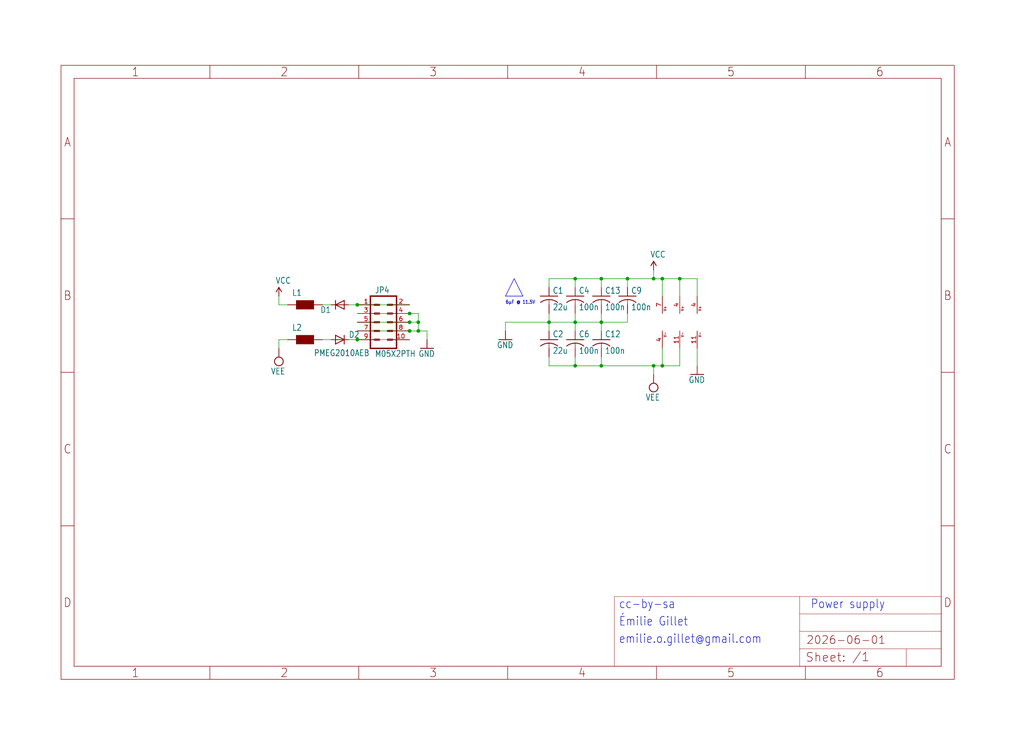
<source format=kicad_sch>
(kicad_sch (version 20230121) (generator eeschema)
  (paper "User" 298.45 217.322)
  (lib_symbols
    (symbol "ears_v40-eagle-import:A4L-LOC"
      (symbol "A4L-LOC_1_0"
        (polyline (pts (xy 0 44.7675) (xy 3.81 44.7675)))
        (polyline (pts (xy 0 89.535) (xy 3.81 89.535)))
        (polyline (pts (xy 0 134.3025) (xy 3.81 134.3025)))
        (polyline (pts (xy 3.81 3.81) (xy 3.81 175.26)))
        (polyline (pts (xy 43.3917 0) (xy 43.3917 3.81)))
        (polyline (pts (xy 43.3917 175.26) (xy 43.3917 179.07)))
        (polyline (pts (xy 86.7833 0) (xy 86.7833 3.81)))
        (polyline (pts (xy 86.7833 175.26) (xy 86.7833 179.07)))
        (polyline (pts (xy 130.175 0) (xy 130.175 3.81)))
        (polyline (pts (xy 130.175 175.26) (xy 130.175 179.07)))
        (polyline (pts (xy 161.29 3.81) (xy 161.29 24.13)) (stroke (width 0.1016)))
        (polyline (pts (xy 161.29 24.13) (xy 215.265 24.13)) (stroke (width 0.1016)))
        (polyline (pts (xy 173.5667 0) (xy 173.5667 3.81)))
        (polyline (pts (xy 173.5667 175.26) (xy 173.5667 179.07)))
        (polyline (pts (xy 215.265 8.89) (xy 215.265 3.81)) (stroke (width 0.1016)))
        (polyline (pts (xy 215.265 8.89) (xy 215.265 13.97)) (stroke (width 0.1016)))
        (polyline (pts (xy 215.265 13.97) (xy 215.265 19.05)) (stroke (width 0.1016)))
        (polyline (pts (xy 215.265 13.97) (xy 256.54 13.97)) (stroke (width 0.1016)))
        (polyline (pts (xy 215.265 19.05) (xy 215.265 24.13)) (stroke (width 0.1016)))
        (polyline (pts (xy 215.265 19.05) (xy 256.54 19.05)) (stroke (width 0.1016)))
        (polyline (pts (xy 215.265 24.13) (xy 256.54 24.13)) (stroke (width 0.1016)))
        (polyline (pts (xy 216.9583 0) (xy 216.9583 3.81)))
        (polyline (pts (xy 216.9583 175.26) (xy 216.9583 179.07)))
        (polyline (pts (xy 246.38 3.81) (xy 246.38 8.89)) (stroke (width 0.1016)))
        (polyline (pts (xy 246.38 8.89) (xy 215.265 8.89)) (stroke (width 0.1016)))
        (polyline (pts (xy 246.38 8.89) (xy 256.54 8.89)) (stroke (width 0.1016)))
        (polyline (pts (xy 256.54 3.81) (xy 3.81 3.81)))
        (polyline (pts (xy 256.54 3.81) (xy 256.54 8.89)) (stroke (width 0.1016)))
        (polyline (pts (xy 256.54 3.81) (xy 256.54 175.26)))
        (polyline (pts (xy 256.54 8.89) (xy 256.54 13.97)) (stroke (width 0.1016)))
        (polyline (pts (xy 256.54 13.97) (xy 256.54 19.05)) (stroke (width 0.1016)))
        (polyline (pts (xy 256.54 19.05) (xy 256.54 24.13)) (stroke (width 0.1016)))
        (polyline (pts (xy 256.54 44.7675) (xy 260.35 44.7675)))
        (polyline (pts (xy 256.54 89.535) (xy 260.35 89.535)))
        (polyline (pts (xy 256.54 134.3025) (xy 260.35 134.3025)))
        (polyline (pts (xy 256.54 175.26) (xy 3.81 175.26)))
        (polyline (pts (xy 0 0) (xy 260.35 0) (xy 260.35 179.07) (xy 0 179.07) (xy 0 0)))
        (text "${#}/${##}" (at 230.505 5.08 0) (effects (font (size 2.54 2.54)) (justify left bottom)))
        (text "${CURRENT_DATE}" (at 217.17 10.16 0) (effects (font (size 2.286 2.286)) (justify left bottom)))
        (text "${PROJECTNAME}" (at 217.17 15.24 0) (effects (font (size 2.54 2.54)) (justify left bottom)))
        (text "1" (at 21.6958 1.905 0) (effects (font (size 2.54 2.286))))
        (text "1" (at 21.6958 177.165 0) (effects (font (size 2.54 2.286))))
        (text "2" (at 65.0875 1.905 0) (effects (font (size 2.54 2.286))))
        (text "2" (at 65.0875 177.165 0) (effects (font (size 2.54 2.286))))
        (text "3" (at 108.4792 1.905 0) (effects (font (size 2.54 2.286))))
        (text "3" (at 108.4792 177.165 0) (effects (font (size 2.54 2.286))))
        (text "4" (at 151.8708 1.905 0) (effects (font (size 2.54 2.286))))
        (text "4" (at 151.8708 177.165 0) (effects (font (size 2.54 2.286))))
        (text "5" (at 195.2625 1.905 0) (effects (font (size 2.54 2.286))))
        (text "5" (at 195.2625 177.165 0) (effects (font (size 2.54 2.286))))
        (text "6" (at 238.6542 1.905 0) (effects (font (size 2.54 2.286))))
        (text "6" (at 238.6542 177.165 0) (effects (font (size 2.54 2.286))))
        (text "A" (at 1.905 156.6863 0) (effects (font (size 2.54 2.286))))
        (text "A" (at 258.445 156.6863 0) (effects (font (size 2.54 2.286))))
        (text "B" (at 1.905 111.9188 0) (effects (font (size 2.54 2.286))))
        (text "B" (at 258.445 111.9188 0) (effects (font (size 2.54 2.286))))
        (text "C" (at 1.905 67.1513 0) (effects (font (size 2.54 2.286))))
        (text "C" (at 258.445 67.1513 0) (effects (font (size 2.54 2.286))))
        (text "D" (at 1.905 22.3838 0) (effects (font (size 2.54 2.286))))
        (text "D" (at 258.445 22.3838 0) (effects (font (size 2.54 2.286))))
        (text "Sheet:" (at 216.916 4.953 0) (effects (font (size 2.54 2.54)) (justify left bottom)))
      )
    )
    (symbol "ears_v40-eagle-import:C-USC0402"
      (property "Reference" "C" (at 1.016 0.635 0))
      (symbol "C-USC0402_1_0"
        (arc (start 0 -1.0161) (mid -1.302 -1.2303) (end -2.4668 -1.8504) (stroke (width 0.254)))
        (polyline (pts (xy -2.54 0) (xy 2.54 0)) (stroke (width 0.254)))
        (polyline (pts (xy 0 -1.016) (xy 0 -2.54)) (stroke (width 0.1524)))
        (arc (start 2.4892 -1.8541) (mid 1.3158 -1.2194) (end 0 -1) (stroke (width 0.254)))
        (pin passive line (at 0 2.54 270) (length 2.54) (name "1") (number "1"))
        (pin passive line (at 0 -5.08 90) (length 2.54) (name "2") (number "2"))
      )
    )
    (symbol "ears_v40-eagle-import:C-USC1206"
      (property "Reference" "C" (at 1.016 0.635 0))
      (symbol "C-USC1206_1_0"
        (arc (start 0 -1.0161) (mid -1.302 -1.2303) (end -2.4668 -1.8504) (stroke (width 0.254)))
        (polyline (pts (xy -2.54 0) (xy 2.54 0)) (stroke (width 0.254)))
        (polyline (pts (xy 0 -1.016) (xy 0 -2.54)) (stroke (width 0.1524)))
        (arc (start 2.4892 -1.8541) (mid 1.3158 -1.2194) (end 0 -1) (stroke (width 0.254)))
        (pin passive line (at 0 2.54 270) (length 2.54) (name "1") (number "1"))
        (pin passive line (at 0 -5.08 90) (length 2.54) (name "2") (number "2"))
      )
    )
    (symbol "ears_v40-eagle-import:DIODE-SOD523"
      (property "Reference" "D" (at 2.54 0.4826 0))
      (symbol "DIODE-SOD523_1_0"
        (polyline (pts (xy -1.27 -1.27) (xy 1.27 0)) (stroke (width 0.254)))
        (polyline (pts (xy -1.27 1.27) (xy -1.27 -1.27)) (stroke (width 0.254)))
        (polyline (pts (xy 1.27 0) (xy -1.27 1.27)) (stroke (width 0.254)))
        (polyline (pts (xy 1.27 0) (xy 1.27 -1.27)) (stroke (width 0.254)))
        (polyline (pts (xy 1.27 1.27) (xy 1.27 0)) (stroke (width 0.254)))
        (pin passive line (at -2.54 0 0) (length 2.54) (name "A") (number "A"))
        (pin passive line (at 2.54 0 180) (length 2.54) (name "C") (number "C"))
      )
    )
    (symbol "ears_v40-eagle-import:GND" (power)
      (property "Value" "GND" (at -2.54 -2.54 0))
      (symbol "GND_1_0"
        (polyline (pts (xy -1.905 0) (xy 1.905 0)) (stroke (width 0.254)))
        (pin power_in line (at 0 2.54 270) (length 2.54) (name "GND") (number "1"))
      )
    )
    (symbol "ears_v40-eagle-import:LM324PW"
      (symbol "LM324PW_1_0"
        (polyline (pts (xy -5.08 -5.08) (xy 5.08 0)) (stroke (width 0.4064)))
        (polyline (pts (xy -5.08 5.08) (xy -5.08 -5.08)) (stroke (width 0.4064)))
        (polyline (pts (xy -4.445 -2.54) (xy -3.175 -2.54)) (stroke (width 0.1524)))
        (polyline (pts (xy -4.445 2.54) (xy -3.175 2.54)) (stroke (width 0.1524)))
        (polyline (pts (xy -3.81 3.175) (xy -3.81 1.905)) (stroke (width 0.1524)))
        (polyline (pts (xy 5.08 0) (xy -5.08 5.08)) (stroke (width 0.4064)))
        (pin output line (at 7.62 0 180) (length 2.54) (name "OUT") (number "1"))
        (pin input line (at -7.62 -2.54 0) (length 2.54) (name "-IN") (number "2"))
        (pin input line (at -7.62 2.54 0) (length 2.54) (name "+IN") (number "3"))
      )
      (symbol "LM324PW_2_0"
        (polyline (pts (xy -5.08 -5.08) (xy 5.08 0)) (stroke (width 0.4064)))
        (polyline (pts (xy -5.08 5.08) (xy -5.08 -5.08)) (stroke (width 0.4064)))
        (polyline (pts (xy -4.445 -2.54) (xy -3.175 -2.54)) (stroke (width 0.1524)))
        (polyline (pts (xy -4.445 2.54) (xy -3.175 2.54)) (stroke (width 0.1524)))
        (polyline (pts (xy -3.81 3.175) (xy -3.81 1.905)) (stroke (width 0.1524)))
        (polyline (pts (xy 5.08 0) (xy -5.08 5.08)) (stroke (width 0.4064)))
        (pin input line (at -7.62 2.54 0) (length 2.54) (name "+IN") (number "5"))
        (pin input line (at -7.62 -2.54 0) (length 2.54) (name "-IN") (number "6"))
        (pin output line (at 7.62 0 180) (length 2.54) (name "OUT") (number "7"))
      )
      (symbol "LM324PW_3_0"
        (polyline (pts (xy -5.08 -5.08) (xy 5.08 0)) (stroke (width 0.4064)))
        (polyline (pts (xy -5.08 5.08) (xy -5.08 -5.08)) (stroke (width 0.4064)))
        (polyline (pts (xy -4.445 -2.54) (xy -3.175 -2.54)) (stroke (width 0.1524)))
        (polyline (pts (xy -4.445 2.54) (xy -3.175 2.54)) (stroke (width 0.1524)))
        (polyline (pts (xy -3.81 3.175) (xy -3.81 1.905)) (stroke (width 0.1524)))
        (polyline (pts (xy 5.08 0) (xy -5.08 5.08)) (stroke (width 0.4064)))
        (pin input line (at -7.62 2.54 0) (length 2.54) (name "+IN") (number "10"))
        (pin output line (at 7.62 0 180) (length 2.54) (name "OUT") (number "8"))
        (pin input line (at -7.62 -2.54 0) (length 2.54) (name "-IN") (number "9"))
      )
      (symbol "LM324PW_4_0"
        (polyline (pts (xy -5.08 -5.08) (xy 5.08 0)) (stroke (width 0.4064)))
        (polyline (pts (xy -5.08 5.08) (xy -5.08 -5.08)) (stroke (width 0.4064)))
        (polyline (pts (xy -4.445 -2.54) (xy -3.175 -2.54)) (stroke (width 0.1524)))
        (polyline (pts (xy -4.445 2.54) (xy -3.175 2.54)) (stroke (width 0.1524)))
        (polyline (pts (xy -3.81 3.175) (xy -3.81 1.905)) (stroke (width 0.1524)))
        (polyline (pts (xy 5.08 0) (xy -5.08 5.08)) (stroke (width 0.4064)))
        (pin input line (at -7.62 2.54 0) (length 2.54) (name "+IN") (number "12"))
        (pin input line (at -7.62 -2.54 0) (length 2.54) (name "-IN") (number "13"))
        (pin output line (at 7.62 0 180) (length 2.54) (name "OUT") (number "14"))
      )
      (symbol "LM324PW_5_0"
        (text "V+" (at 1.27 3.175 900) (effects (font (size 0.8128 0.6908)) (justify left bottom)))
        (text "V-" (at 1.27 -4.445 900) (effects (font (size 0.8128 0.6908)) (justify left bottom)))
        (pin power_in line (at 0 -7.62 90) (length 5.08) (name "V-") (number "11"))
        (pin power_in line (at 0 7.62 270) (length 5.08) (name "V+") (number "4"))
      )
    )
    (symbol "ears_v40-eagle-import:M05X2PTH"
      (property "Reference" "JP" (at -2.54 8.382 0))
      (symbol "M05X2PTH_1_0"
        (polyline (pts (xy -3.81 7.62) (xy -3.81 -7.62)) (stroke (width 0.4064)))
        (polyline (pts (xy -3.81 7.62) (xy 3.81 7.62)) (stroke (width 0.4064)))
        (polyline (pts (xy -1.27 -5.08) (xy -2.54 -5.08)) (stroke (width 0.6096)))
        (polyline (pts (xy -1.27 -2.54) (xy -2.54 -2.54)) (stroke (width 0.6096)))
        (polyline (pts (xy -1.27 0) (xy -2.54 0)) (stroke (width 0.6096)))
        (polyline (pts (xy -1.27 2.54) (xy -2.54 2.54)) (stroke (width 0.6096)))
        (polyline (pts (xy -1.27 5.08) (xy -2.54 5.08)) (stroke (width 0.6096)))
        (polyline (pts (xy 1.27 -5.08) (xy 2.54 -5.08)) (stroke (width 0.6096)))
        (polyline (pts (xy 1.27 -2.54) (xy 2.54 -2.54)) (stroke (width 0.6096)))
        (polyline (pts (xy 1.27 0) (xy 2.54 0)) (stroke (width 0.6096)))
        (polyline (pts (xy 1.27 2.54) (xy 2.54 2.54)) (stroke (width 0.6096)))
        (polyline (pts (xy 1.27 5.08) (xy 2.54 5.08)) (stroke (width 0.6096)))
        (polyline (pts (xy 3.81 -7.62) (xy -3.81 -7.62)) (stroke (width 0.4064)))
        (polyline (pts (xy 3.81 -7.62) (xy 3.81 7.62)) (stroke (width 0.4064)))
        (pin passive line (at -7.62 5.08 0) (length 5.08) (name "1") (number "1"))
        (pin passive line (at 7.62 -5.08 180) (length 5.08) (name "10") (number "10"))
        (pin passive line (at 7.62 5.08 180) (length 5.08) (name "2") (number "2"))
        (pin passive line (at -7.62 2.54 0) (length 5.08) (name "3") (number "3"))
        (pin passive line (at 7.62 2.54 180) (length 5.08) (name "4") (number "4"))
        (pin passive line (at -7.62 0 0) (length 5.08) (name "5") (number "5"))
        (pin passive line (at 7.62 0 180) (length 5.08) (name "6") (number "6"))
        (pin passive line (at -7.62 -2.54 0) (length 5.08) (name "7") (number "7"))
        (pin passive line (at 7.62 -2.54 180) (length 5.08) (name "8") (number "8"))
        (pin passive line (at -7.62 -5.08 0) (length 5.08) (name "9") (number "9"))
      )
    )
    (symbol "ears_v40-eagle-import:OPA1641"
      (symbol "OPA1641_1_0"
        (text "V+" (at 1.27 3.175 900) (effects (font (size 0.8128 0.6908)) (justify left bottom)))
        (text "V-" (at 1.27 -4.445 900) (effects (font (size 0.8128 0.6908)) (justify left bottom)))
        (pin power_in line (at 0 -7.62 90) (length 5.08) (name "V-") (number "4"))
        (pin power_in line (at 0 7.62 270) (length 5.08) (name "V+") (number "7"))
      )
      (symbol "OPA1641_2_0"
        (polyline (pts (xy -5.08 -5.08) (xy 5.08 0)) (stroke (width 0.4064)))
        (polyline (pts (xy -5.08 5.08) (xy -5.08 -5.08)) (stroke (width 0.4064)))
        (polyline (pts (xy -4.445 -2.54) (xy -3.175 -2.54)) (stroke (width 0.1524)))
        (polyline (pts (xy -4.445 2.54) (xy -3.175 2.54)) (stroke (width 0.1524)))
        (polyline (pts (xy -3.81 3.175) (xy -3.81 1.905)) (stroke (width 0.1524)))
        (polyline (pts (xy 5.08 0) (xy -5.08 5.08)) (stroke (width 0.4064)))
        (pin input line (at -7.62 -2.54 0) (length 2.54) (name "-IN") (number "2"))
        (pin input line (at -7.62 2.54 0) (length 2.54) (name "+IN") (number "3"))
        (pin output line (at 7.62 0 180) (length 2.54) (name "OUT") (number "6"))
      )
    )
    (symbol "ears_v40-eagle-import:VCC" (power)
      (property "Value" "VCC" (at -1.016 3.556 0))
      (symbol "VCC_1_0"
        (polyline (pts (xy 0 2.54) (xy -0.762 1.27)) (stroke (width 0.254)))
        (polyline (pts (xy 0.762 1.27) (xy 0 2.54)) (stroke (width 0.254)))
        (pin power_in line (at 0 0 90) (length 2.54) (name "VCC") (number "1"))
      )
    )
    (symbol "ears_v40-eagle-import:VEE" (power)
      (property "Value" "VEE" (at -1.905 3.175 0))
      (symbol "VEE_1_0"
        (circle (center 0 1.27) (radius 1.27) (stroke (width 0.254)))
        (pin power_in line (at 0 -2.54 90) (length 2.54) (name "VEE") (number "1"))
      )
    )
    (symbol "ears_v40-eagle-import:WE-CBF_0603"
      (property "Reference" "L" (at -3.81 5.08 0))
      (symbol "WE-CBF_0603_1_0"
        (rectangle (start -2.54 1.27) (end 2.54 3.81) (fill (type outline)))
        (pin passive line (at -5.08 2.54 0) (length 2.54) (name "1") (number "1"))
        (pin passive line (at 5.08 2.54 180) (length 2.54) (name "2") (number "2"))
      )
    )
  )
  (junction (at 175.26 106.68))
  (junction (at 175.26 93.98))
  (junction (at 198.12 81.28))
  (junction (at 193.04 81.28))
  (junction (at 167.64 106.68))
  (junction (at 119.38 93.98))
  (junction (at 104.14 88.9))
  (junction (at 167.64 81.28))
  (junction (at 119.38 96.52))
  (junction (at 160.02 93.98))
  (junction (at 190.5 106.68))
  (junction (at 121.92 96.52))
  (junction (at 175.26 81.28))
  (junction (at 190.5 81.28))
  (junction (at 104.14 99.06))
  (junction (at 167.64 93.98))
  (junction (at 193.04 106.68))
  (junction (at 182.88 81.28))
  (junction (at 121.92 93.98))
  (junction (at 119.38 91.44))
  (wire (pts (xy 167.64 106.68) (xy 160.02 106.68)) (stroke (width 0.1524)))
  (wire (pts (xy 96.52 88.9) (xy 93.98 88.9)) (stroke (width 0.1524)))
  (wire (pts (xy 121.92 96.52) (xy 124.46 96.52)) (stroke (width 0.1524)))
  (wire (pts (xy 101.6 88.9) (xy 104.14 88.9)) (stroke (width 0.1524)))
  (wire (pts (xy 101.6 99.06) (xy 104.14 99.06)) (stroke (width 0.1524)))
  (wire (pts (xy 104.14 91.44) (xy 119.38 91.44)) (stroke (width 0.1524)))
  (wire (pts (xy 160.02 104.14) (xy 160.02 106.68)) (stroke (width 0.1524)))
  (wire (pts (xy 121.92 91.44) (xy 121.92 93.98)) (stroke (width 0.1524)))
  (wire (pts (xy 124.46 96.52) (xy 124.46 99.06)) (stroke (width 0.1524)))
  (wire (pts (xy 104.14 88.9) (xy 119.38 88.9)) (stroke (width 0.1524)))
  (wire (pts (xy 190.5 106.68) (xy 193.04 106.68)) (stroke (width 0.1524)))
  (wire (pts (xy 182.88 81.28) (xy 190.5 81.28)) (stroke (width 0.1524)))
  (wire (pts (xy 190.5 109.22) (xy 190.5 106.68)) (stroke (width 0.1524)))
  (wire (pts (xy 121.92 93.98) (xy 121.92 96.52)) (stroke (width 0.1524)))
  (polyline (pts (xy 147.32 86.36) (xy 149.86 81.28)) (stroke (width 0.1524) (type solid)))
  (wire (pts (xy 175.26 106.68) (xy 190.5 106.68)) (stroke (width 0.1524)))
  (wire (pts (xy 175.26 81.28) (xy 182.88 81.28)) (stroke (width 0.1524)))
  (wire (pts (xy 147.32 93.98) (xy 147.32 96.52)) (stroke (width 0.1524)))
  (wire (pts (xy 198.12 81.28) (xy 203.2 81.28)) (stroke (width 0.1524)))
  (wire (pts (xy 198.12 86.36) (xy 198.12 81.28)) (stroke (width 0.1524)))
  (wire (pts (xy 203.2 106.68) (xy 203.2 101.6)) (stroke (width 0.1524)))
  (wire (pts (xy 175.26 106.68) (xy 167.64 106.68)) (stroke (width 0.1524)))
  (wire (pts (xy 119.38 93.98) (xy 104.14 93.98)) (stroke (width 0.1524)))
  (wire (pts (xy 81.28 86.36) (xy 81.28 88.9)) (stroke (width 0.1524)))
  (wire (pts (xy 121.92 93.98) (xy 119.38 93.98)) (stroke (width 0.1524)))
  (wire (pts (xy 175.26 81.28) (xy 167.64 81.28)) (stroke (width 0.1524)))
  (wire (pts (xy 93.98 99.06) (xy 96.52 99.06)) (stroke (width 0.1524)))
  (wire (pts (xy 182.88 83.82) (xy 182.88 81.28)) (stroke (width 0.1524)))
  (wire (pts (xy 190.5 78.74) (xy 190.5 81.28)) (stroke (width 0.1524)))
  (wire (pts (xy 193.04 86.36) (xy 193.04 81.28)) (stroke (width 0.1524)))
  (wire (pts (xy 203.2 81.28) (xy 203.2 86.36)) (stroke (width 0.1524)))
  (wire (pts (xy 193.04 106.68) (xy 198.12 106.68)) (stroke (width 0.1524)))
  (wire (pts (xy 160.02 96.52) (xy 160.02 93.98)) (stroke (width 0.1524)))
  (wire (pts (xy 182.88 93.98) (xy 182.88 91.44)) (stroke (width 0.1524)))
  (wire (pts (xy 104.14 99.06) (xy 119.38 99.06)) (stroke (width 0.1524)))
  (wire (pts (xy 167.64 81.28) (xy 160.02 81.28)) (stroke (width 0.1524)))
  (wire (pts (xy 160.02 81.28) (xy 160.02 83.82)) (stroke (width 0.1524)))
  (wire (pts (xy 167.64 93.98) (xy 167.64 91.44)) (stroke (width 0.1524)))
  (wire (pts (xy 198.12 81.28) (xy 193.04 81.28)) (stroke (width 0.1524)))
  (wire (pts (xy 83.82 88.9) (xy 81.28 88.9)) (stroke (width 0.1524)))
  (wire (pts (xy 81.28 99.06) (xy 81.28 101.6)) (stroke (width 0.1524)))
  (wire (pts (xy 175.26 91.44) (xy 175.26 93.98)) (stroke (width 0.1524)))
  (wire (pts (xy 160.02 93.98) (xy 167.64 93.98)) (stroke (width 0.1524)))
  (wire (pts (xy 175.26 96.52) (xy 175.26 93.98)) (stroke (width 0.1524)))
  (wire (pts (xy 119.38 96.52) (xy 121.92 96.52)) (stroke (width 0.1524)))
  (wire (pts (xy 193.04 81.28) (xy 190.5 81.28)) (stroke (width 0.1524)))
  (wire (pts (xy 198.12 101.6) (xy 198.12 106.68)) (stroke (width 0.1524)))
  (wire (pts (xy 119.38 91.44) (xy 121.92 91.44)) (stroke (width 0.1524)))
  (wire (pts (xy 147.32 93.98) (xy 160.02 93.98)) (stroke (width 0.1524)))
  (wire (pts (xy 193.04 101.6) (xy 193.04 106.68)) (stroke (width 0.1524)))
  (wire (pts (xy 167.64 104.14) (xy 167.64 106.68)) (stroke (width 0.1524)))
  (polyline (pts (xy 152.4 86.36) (xy 147.32 86.36)) (stroke (width 0.1524) (type solid)))
  (wire (pts (xy 167.64 96.52) (xy 167.64 93.98)) (stroke (width 0.1524)))
  (wire (pts (xy 175.26 83.82) (xy 175.26 81.28)) (stroke (width 0.1524)))
  (wire (pts (xy 175.26 93.98) (xy 182.88 93.98)) (stroke (width 0.1524)))
  (wire (pts (xy 167.64 83.82) (xy 167.64 81.28)) (stroke (width 0.1524)))
  (wire (pts (xy 160.02 91.44) (xy 160.02 93.98)) (stroke (width 0.1524)))
  (wire (pts (xy 175.26 104.14) (xy 175.26 106.68)) (stroke (width 0.1524)))
  (wire (pts (xy 104.14 96.52) (xy 119.38 96.52)) (stroke (width 0.1524)))
  (wire (pts (xy 167.64 93.98) (xy 175.26 93.98)) (stroke (width 0.1524)))
  (polyline (pts (xy 149.86 81.28) (xy 152.4 86.36)) (stroke (width 0.1524) (type solid)))
  (wire (pts (xy 83.82 99.06) (xy 81.28 99.06)) (stroke (width 0.1524)))
  (text "~" (at 149.5425 85.09 0) (effects (font (size 1.778 1.5113)) (justify left bottom)))
  (text "6µF @ 11.5V" (at 147.32 88.9 0) (effects (font (size 1.016 0.8636)) (justify left bottom)))
  (text "cc-by-sa" (at 180.34 177.8 0) (effects (font (size 2.54 2.159)) (justify left bottom)))
  (text "emilie.o.gillet@gmail.com" (at 180.34 187.96 0) (effects (font (size 2.54 2.159)) (justify left bottom)))
  (text "Émilie Gillet" (at 180.34 182.88 0) (effects (font (size 2.54 2.159)) (justify left bottom)))
  (text "Power supply" (at 236.22 177.8 0) (effects (font (size 2.54 2.159)) (justify left bottom)))
  (symbol (lib_id "ears_v40-eagle-import:GND") (at 203.2 109.22 0) (unit 1)
    (property "Reference" "#GND20" (effects hide))
    (property "Value" "GND" (at 200.66 111.76 0) (effects (font (size 1.778 1.5113)) (justify left bottom)))
  )
  (symbol (lib_id "ears_v40-eagle-import:WE-CBF_0603") (at 88.9 101.6 0) (unit 1)
    (property "Reference" "L2" (at 85.09 96.52 0) (effects (font (size 1.778 1.5113)) (justify left bottom)))
    (property "Value" "WE-CBF_0603" (effects hide))
    (property "Footprint" "ears_v40:0603" (effects hide))
  )
  (symbol (lib_id "ears_v40-eagle-import:A4L-LOC") (at 17.78 198.12 0) (unit 1)
    (property "Reference" "#FRAME8" (effects hide))
    (property "Value" "A4L-LOC" (effects hide))
  )
  (symbol (lib_id "ears_v40-eagle-import:WE-CBF_0603") (at 88.9 91.44 0) (unit 1)
    (property "Reference" "L1" (at 85.09 86.36 0) (effects (font (size 1.778 1.5113)) (justify left bottom)))
    (property "Value" "WE-CBF_0603" (effects hide))
    (property "Footprint" "ears_v40:0603" (effects hide))
  )
  (symbol (lib_id "ears_v40-eagle-import:GND") (at 147.32 99.06 0) (unit 1)
    (property "Reference" "#GND26" (effects hide))
    (property "Value" "GND" (at 144.78 101.6 0) (effects (font (size 1.778 1.5113)) (justify left bottom)))
  )
  (symbol (lib_id "ears_v40-eagle-import:M05X2PTH") (at 111.76 93.98 0) (unit 1)
    (property "Reference" "JP4" (at 109.22 85.598 0) (effects (font (size 1.778 1.5113)) (justify left bottom)))
    (property "Value" "M05X2PTH" (at 109.22 104.14 0) (effects (font (size 1.778 1.5113)) (justify left bottom)))
    (property "Footprint" "ears_v40:AVR_ICSP" (effects hide))
  )
  (symbol (lib_id "ears_v40-eagle-import:C-USC1206") (at 160.02 99.06 0) (unit 1)
    (property "Reference" "C2" (at 161.036 98.425 0) (effects (font (size 1.778 1.5113)) (justify left bottom)))
    (property "Value" "22u" (at 161.036 103.251 0) (effects (font (size 1.778 1.5113)) (justify left bottom)))
    (property "Footprint" "ears_v40:C1206" (effects hide))
  )
  (symbol (lib_id "ears_v40-eagle-import:LM324PW") (at 198.12 93.98 0) (unit 5)
    (property "Reference" "IC3" (effects hide))
    (property "Value" "LM324PW" (effects hide))
    (property "Footprint" "ears_v40:TSSOP14" (effects hide))
  )
  (symbol (lib_id "ears_v40-eagle-import:GND") (at 124.46 101.6 0) (unit 1)
    (property "Reference" "#GND1" (effects hide))
    (property "Value" "GND" (at 121.92 104.14 0) (effects (font (size 1.778 1.5113)) (justify left bottom)))
  )
  (symbol (lib_id "ears_v40-eagle-import:C-USC0402") (at 167.64 86.36 0) (unit 1)
    (property "Reference" "C4" (at 168.656 85.725 0) (effects (font (size 1.778 1.5113)) (justify left bottom)))
    (property "Value" "100n" (at 168.656 90.551 0) (effects (font (size 1.778 1.5113)) (justify left bottom)))
    (property "Footprint" "ears_v40:C0402" (effects hide))
  )
  (symbol (lib_id "ears_v40-eagle-import:C-USC0402") (at 182.88 86.36 0) (unit 1)
    (property "Reference" "C9" (at 183.896 85.725 0) (effects (font (size 1.778 1.5113)) (justify left bottom)))
    (property "Value" "100n" (at 183.896 90.551 0) (effects (font (size 1.778 1.5113)) (justify left bottom)))
    (property "Footprint" "ears_v40:C0402" (effects hide))
  )
  (symbol (lib_id "ears_v40-eagle-import:VCC") (at 81.28 86.36 0) (unit 1)
    (property "Reference" "#P+1" (effects hide))
    (property "Value" "VCC" (at 80.264 82.804 0) (effects (font (size 1.778 1.5113)) (justify left bottom)))
  )
  (symbol (lib_id "ears_v40-eagle-import:C-USC1206") (at 160.02 86.36 0) (unit 1)
    (property "Reference" "C1" (at 161.036 85.725 0) (effects (font (size 1.778 1.5113)) (justify left bottom)))
    (property "Value" "22u" (at 161.036 90.551 0) (effects (font (size 1.778 1.5113)) (justify left bottom)))
    (property "Footprint" "ears_v40:C1206" (effects hide))
  )
  (symbol (lib_id "ears_v40-eagle-import:VEE") (at 81.28 104.14 180) (unit 1)
    (property "Reference" "#SUPPLY1" (effects hide))
    (property "Value" "VEE" (at 83.185 107.315 0) (effects (font (size 1.778 1.5113)) (justify left bottom)))
  )
  (symbol (lib_id "ears_v40-eagle-import:C-USC0402") (at 167.64 99.06 0) (unit 1)
    (property "Reference" "C6" (at 168.656 98.425 0) (effects (font (size 1.778 1.5113)) (justify left bottom)))
    (property "Value" "100n" (at 168.656 103.251 0) (effects (font (size 1.778 1.5113)) (justify left bottom)))
    (property "Footprint" "ears_v40:C0402" (effects hide))
  )
  (symbol (lib_id "ears_v40-eagle-import:C-USC0402") (at 175.26 86.36 0) (unit 1)
    (property "Reference" "C13" (at 176.276 85.725 0) (effects (font (size 1.778 1.5113)) (justify left bottom)))
    (property "Value" "100n" (at 176.276 90.551 0) (effects (font (size 1.778 1.5113)) (justify left bottom)))
    (property "Footprint" "ears_v40:C0402" (effects hide))
  )
  (symbol (lib_id "ears_v40-eagle-import:LM324PW") (at 203.2 93.98 0) (unit 5)
    (property "Reference" "IC2" (effects hide))
    (property "Value" "LM324PW" (effects hide))
    (property "Footprint" "ears_v40:TSSOP14" (effects hide))
  )
  (symbol (lib_id "ears_v40-eagle-import:VCC") (at 190.5 78.74 0) (unit 1)
    (property "Reference" "#P+5" (effects hide))
    (property "Value" "VCC" (at 189.484 75.184 0) (effects (font (size 1.778 1.5113)) (justify left bottom)))
  )
  (symbol (lib_id "ears_v40-eagle-import:OPA1641") (at 193.04 93.98 0) (unit 1)
    (property "Reference" "IC1" (effects hide))
    (property "Value" "OPA1641" (effects hide))
    (property "Footprint" "ears_v40:MSOP8" (effects hide))
  )
  (symbol (lib_id "ears_v40-eagle-import:VEE") (at 190.5 111.76 180) (unit 1)
    (property "Reference" "#SUPPLY4" (effects hide))
    (property "Value" "VEE" (at 192.405 114.935 0) (effects (font (size 1.778 1.5113)) (justify left bottom)))
  )
  (symbol (lib_id "ears_v40-eagle-import:DIODE-SOD523") (at 99.06 88.9 180) (unit 1)
    (property "Reference" "D1" (at 96.52 89.3826 0) (effects (font (size 1.778 1.5113)) (justify left bottom)))
    (property "Value" "PMEG2010AEB" (effects hide))
    (property "Footprint" "ears_v40:SOD523" (effects hide))
  )
  (symbol (lib_id "ears_v40-eagle-import:DIODE-SOD523") (at 99.06 99.06 0) (unit 1)
    (property "Reference" "D2" (at 101.6 98.5774 0) (effects (font (size 1.778 1.5113)) (justify left bottom)))
    (property "Value" "PMEG2010AEB" (at 91.44 103.9114 0) (effects (font (size 1.778 1.5113)) (justify left bottom)))
    (property "Footprint" "ears_v40:SOD523" (effects hide))
  )
  (symbol (lib_id "ears_v40-eagle-import:C-USC0402") (at 175.26 99.06 0) (unit 1)
    (property "Reference" "C12" (at 176.276 98.425 0) (effects (font (size 1.778 1.5113)) (justify left bottom)))
    (property "Value" "100n" (at 176.276 103.251 0) (effects (font (size 1.778 1.5113)) (justify left bottom)))
    (property "Footprint" "ears_v40:C0402" (effects hide))
  )
)
</source>
